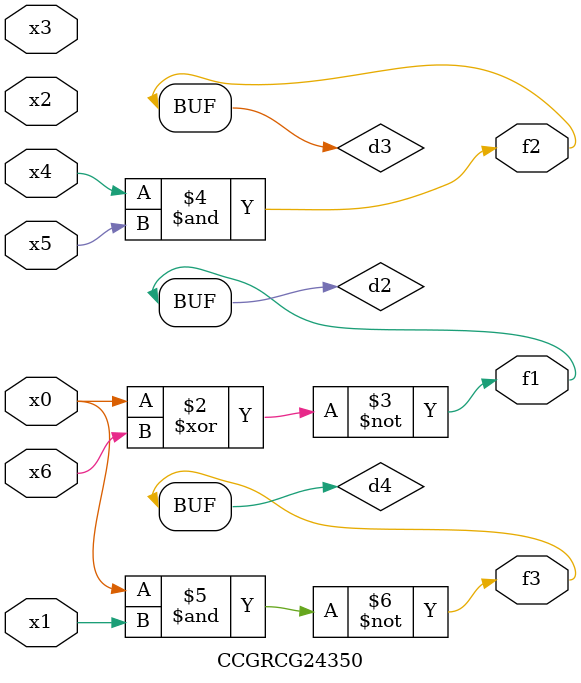
<source format=v>
module CCGRCG24350(
	input x0, x1, x2, x3, x4, x5, x6,
	output f1, f2, f3
);

	wire d1, d2, d3, d4;

	nor (d1, x0);
	xnor (d2, x0, x6);
	and (d3, x4, x5);
	nand (d4, x0, x1);
	assign f1 = d2;
	assign f2 = d3;
	assign f3 = d4;
endmodule

</source>
